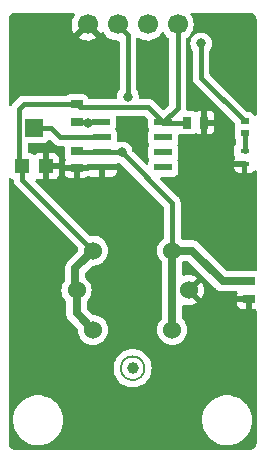
<source format=gbr>
%TF.GenerationSoftware,KiCad,Pcbnew,(5.99.0-11441-g1a5e63bcab)*%
%TF.CreationDate,2021-07-19T16:29:47+02:00*%
%TF.ProjectId,MQ Breakout,4d512042-7265-4616-9b6f-75742e6b6963,rev?*%
%TF.SameCoordinates,Original*%
%TF.FileFunction,Copper,L1,Top*%
%TF.FilePolarity,Positive*%
%FSLAX46Y46*%
G04 Gerber Fmt 4.6, Leading zero omitted, Abs format (unit mm)*
G04 Created by KiCad (PCBNEW (5.99.0-11441-g1a5e63bcab)) date 2021-07-19 16:29:47*
%MOMM*%
%LPD*%
G01*
G04 APERTURE LIST*
%TA.AperFunction,EtchedComponent*%
%ADD10C,0.200000*%
%TD*%
%TA.AperFunction,SMDPad,CuDef*%
%ADD11R,1.000000X0.640000*%
%TD*%
%TA.AperFunction,ComponentPad*%
%ADD12C,1.524000*%
%TD*%
%TA.AperFunction,SMDPad,CuDef*%
%ADD13R,0.750000X0.450000*%
%TD*%
%TA.AperFunction,SMDPad,CuDef*%
%ADD14C,1.000000*%
%TD*%
%TA.AperFunction,SMDPad,CuDef*%
%ADD15R,1.200000X1.200000*%
%TD*%
%TA.AperFunction,SMDPad,CuDef*%
%ADD16R,1.600000X1.500000*%
%TD*%
%TA.AperFunction,SMDPad,CuDef*%
%ADD17R,1.000000X0.660000*%
%TD*%
%TA.AperFunction,SMDPad,CuDef*%
%ADD18R,0.640000X0.540000*%
%TD*%
%TA.AperFunction,SMDPad,CuDef*%
%ADD19R,0.660000X1.000000*%
%TD*%
%TA.AperFunction,ComponentPad*%
%ADD20C,1.700000*%
%TD*%
%TA.AperFunction,SMDPad,CuDef*%
%ADD21R,1.550000X0.600000*%
%TD*%
%TA.AperFunction,ViaPad*%
%ADD22C,0.800000*%
%TD*%
%TA.AperFunction,Conductor*%
%ADD23C,0.400000*%
%TD*%
%TA.AperFunction,Conductor*%
%ADD24C,0.700000*%
%TD*%
G04 APERTURE END LIST*
D10*
%TO.C,FD1*%
X103000000Y-122600000D02*
G75*
G03*
X103000000Y-122600000I-1000000J0D01*
G01*
%TD*%
D11*
%TO.P,R1,2*%
%TO.N,AO*%
X111850000Y-115225000D03*
%TO.P,R1,1*%
%TO.N,GND*%
X111850000Y-116775000D03*
%TD*%
D12*
%TO.P,U1,6,B*%
%TO.N,AO*%
X105358757Y-112641243D03*
%TO.P,U1,5,H*%
%TO.N,GND*%
X106750000Y-116000000D03*
%TO.P,U1,4,B*%
%TO.N,AO*%
X105358757Y-119358757D03*
%TO.P,U1,3,A*%
%TO.N,5V*%
X98641243Y-119358757D03*
%TO.P,U1,2,H*%
X97250000Y-116000000D03*
%TO.P,U1,1,A*%
X98641243Y-112641243D03*
%TD*%
D13*
%TO.P,D1,2,K*%
%TO.N,GND*%
X111500000Y-105312500D03*
%TO.P,D1,1,A*%
%TO.N,Net-(D1-Pad1)*%
X111500000Y-104212500D03*
%TD*%
D14*
%TO.P,FD1,1*%
%TO.N,N/C*%
X102000000Y-122600000D03*
%TD*%
D15*
%TO.P,R2,3*%
%TO.N,GND*%
X94650000Y-105500000D03*
D16*
%TO.P,R2,2*%
%TO.N,POT*%
X93650000Y-102250000D03*
D15*
%TO.P,R2,1*%
%TO.N,5V*%
X92650000Y-105500000D03*
%TD*%
D17*
%TO.P,C1,2*%
%TO.N,AO*%
X97250000Y-104220000D03*
%TO.P,C1,1*%
%TO.N,GND*%
X97250000Y-105680000D03*
%TD*%
D18*
%TO.P,R4,2*%
%TO.N,Net-(D1-Pad1)*%
X111500000Y-102700000D03*
%TO.P,R4,1*%
%TO.N,D0*%
X111500000Y-101700000D03*
%TD*%
D19*
%TO.P,C2,2*%
%TO.N,5V*%
X106620000Y-101800000D03*
%TO.P,C2,1*%
%TO.N,GND*%
X108080000Y-101800000D03*
%TD*%
D20*
%TO.P,K1,4*%
%TO.N,5V*%
X105810000Y-93500000D03*
%TO.P,K1,3*%
%TO.N,D0*%
X103270000Y-93500000D03*
%TO.P,K1,2*%
%TO.N,AO*%
X100730000Y-93500000D03*
%TO.P,K1,1*%
%TO.N,GND*%
X98190000Y-93500000D03*
%TD*%
D11*
%TO.P,R3,2*%
%TO.N,5V*%
X97250000Y-100225000D03*
%TO.P,R3,1*%
%TO.N,D0*%
X97250000Y-101775000D03*
%TD*%
D21*
%TO.P,U2,8,VCC*%
%TO.N,5V*%
X104600000Y-101795000D03*
%TO.P,U2,7,2_OUT*%
%TO.N,unconnected-(U2-Pad7)*%
X104600000Y-103065000D03*
%TO.P,U2,6,2_IN-*%
%TO.N,unconnected-(U2-Pad6)*%
X104600000Y-104335000D03*
%TO.P,U2,5,2_IN+*%
%TO.N,unconnected-(U2-Pad5)*%
X104600000Y-105605000D03*
%TO.P,U2,4,GND*%
%TO.N,GND*%
X99400000Y-105605000D03*
%TO.P,U2,3,1_IN+*%
%TO.N,AO*%
X99400000Y-104335000D03*
%TO.P,U2,2,1_IN-*%
%TO.N,POT*%
X99400000Y-103065000D03*
%TO.P,U2,1,1_OUT*%
%TO.N,D0*%
X99300000Y-101795000D03*
%TD*%
D22*
%TO.N,GND*%
X99600000Y-99300000D03*
X97200000Y-107300000D03*
X105800000Y-107000000D03*
X111900000Y-94900000D03*
X95150000Y-116650000D03*
X107500000Y-117750000D03*
X104500000Y-99800000D03*
X102700000Y-102650000D03*
%TO.N,D0*%
X107800000Y-95100000D03*
X98200000Y-101800000D03*
%TO.N,AO*%
X101085000Y-104335000D03*
X101600000Y-99600000D03*
%TD*%
D23*
%TO.N,AO*%
X101600000Y-99600000D02*
X101600000Y-94370000D01*
X101600000Y-94370000D02*
X100730000Y-93500000D01*
%TO.N,5V*%
X103305000Y-100500000D02*
X104600000Y-101795000D01*
X97525000Y-100500000D02*
X103305000Y-100500000D01*
X97250000Y-100225000D02*
X97525000Y-100500000D01*
X97250000Y-100225000D02*
X92825000Y-100225000D01*
%TO.N,D0*%
X98200000Y-101800000D02*
X98175000Y-101775000D01*
X98175000Y-101775000D02*
X97250000Y-101775000D01*
X107800000Y-98000000D02*
X111500000Y-101700000D01*
X107800000Y-95100000D02*
X107800000Y-98000000D01*
%TO.N,5V*%
X105810000Y-100585000D02*
X104600000Y-101795000D01*
X105810000Y-93500000D02*
X105810000Y-100585000D01*
X92825000Y-100225000D02*
X92400000Y-100650000D01*
D24*
X97250000Y-117967514D02*
X98641243Y-119358757D01*
X97250000Y-116000000D02*
X97250000Y-117967514D01*
D23*
X92400000Y-105250000D02*
X92650000Y-105500000D01*
D24*
X98641243Y-112641243D02*
X97150000Y-114132486D01*
X97150000Y-115900000D02*
X97250000Y-116000000D01*
D23*
X104605000Y-101800000D02*
X104600000Y-101795000D01*
X106620000Y-101800000D02*
X104605000Y-101800000D01*
X92400000Y-100650000D02*
X92400000Y-105250000D01*
X92650000Y-105500000D02*
X92650000Y-106650000D01*
D24*
X97150000Y-114132486D02*
X97150000Y-115900000D01*
D23*
X92650000Y-106650000D02*
X98641243Y-112641243D01*
%TO.N,Net-(D1-Pad1)*%
X111500000Y-104212500D02*
X111500000Y-102700000D01*
%TO.N,D0*%
X97270000Y-101795000D02*
X97250000Y-101775000D01*
X99300000Y-101795000D02*
X97270000Y-101795000D01*
D24*
%TO.N,AO*%
X105358757Y-112641243D02*
X105358757Y-119358757D01*
D23*
X101085000Y-104335000D02*
X105358757Y-108608757D01*
D24*
X109625000Y-115225000D02*
X107041243Y-112641243D01*
D23*
X105358757Y-108608757D02*
X105358757Y-112641243D01*
X97365000Y-104335000D02*
X97250000Y-104220000D01*
X99400000Y-104335000D02*
X101085000Y-104335000D01*
D24*
X107041243Y-112641243D02*
X105358757Y-112641243D01*
D23*
X99400000Y-104335000D02*
X97365000Y-104335000D01*
D24*
X111850000Y-115225000D02*
X109625000Y-115225000D01*
D23*
%TO.N,POT*%
X99400000Y-103065000D02*
X95865000Y-103065000D01*
X95050000Y-102250000D02*
X93650000Y-102250000D01*
X95865000Y-103065000D02*
X95050000Y-102250000D01*
%TD*%
%TA.AperFunction,Conductor*%
%TO.N,GND*%
G36*
X95065119Y-103267089D02*
G01*
X95343550Y-103545520D01*
X95349404Y-103551785D01*
X95387439Y-103595385D01*
X95426784Y-103623037D01*
X95439719Y-103632128D01*
X95445014Y-103636061D01*
X95495282Y-103675476D01*
X95502198Y-103678599D01*
X95504484Y-103679983D01*
X95519165Y-103688357D01*
X95521525Y-103689622D01*
X95527739Y-103693990D01*
X95534818Y-103696750D01*
X95534820Y-103696751D01*
X95587275Y-103717202D01*
X95593344Y-103719753D01*
X95651573Y-103746045D01*
X95659046Y-103747430D01*
X95661612Y-103748234D01*
X95677835Y-103752855D01*
X95680427Y-103753520D01*
X95687509Y-103756282D01*
X95695044Y-103757274D01*
X95750861Y-103764622D01*
X95757377Y-103765654D01*
X95795770Y-103772770D01*
X95820186Y-103777295D01*
X95827766Y-103776858D01*
X95827767Y-103776858D01*
X95882380Y-103773709D01*
X95889633Y-103773500D01*
X96115500Y-103773500D01*
X96183621Y-103793502D01*
X96230114Y-103847158D01*
X96241500Y-103899500D01*
X96241500Y-104598134D01*
X96248255Y-104660316D01*
X96299385Y-104796705D01*
X96304771Y-104803891D01*
X96357953Y-104874852D01*
X96382801Y-104941358D01*
X96367748Y-105010741D01*
X96357953Y-105025982D01*
X96305214Y-105096352D01*
X96296676Y-105111946D01*
X96251522Y-105232394D01*
X96247895Y-105247649D01*
X96242369Y-105298514D01*
X96242000Y-105305328D01*
X96242000Y-105407885D01*
X96246475Y-105423124D01*
X96247865Y-105424329D01*
X96255548Y-105426000D01*
X98058885Y-105426000D01*
X98074124Y-105421525D01*
X98096389Y-105395830D01*
X98097811Y-105397062D01*
X98102815Y-105387900D01*
X98165129Y-105353878D01*
X98191906Y-105351000D01*
X100664885Y-105351000D01*
X100680124Y-105346525D01*
X100681329Y-105345135D01*
X100683000Y-105337452D01*
X100683000Y-105333946D01*
X100703002Y-105265825D01*
X100756658Y-105219332D01*
X100826932Y-105209228D01*
X100835197Y-105210699D01*
X100955569Y-105236285D01*
X101018467Y-105270437D01*
X104613352Y-108865323D01*
X104647378Y-108927635D01*
X104650257Y-108954418D01*
X104650257Y-111520755D01*
X104630255Y-111588876D01*
X104596527Y-111623968D01*
X104543492Y-111661103D01*
X104543486Y-111661108D01*
X104538976Y-111664266D01*
X104381780Y-111821462D01*
X104378623Y-111825970D01*
X104378621Y-111825973D01*
X104320472Y-111909019D01*
X104254269Y-112003567D01*
X104251946Y-112008549D01*
X104251943Y-112008554D01*
X104226340Y-112063460D01*
X104160317Y-112205047D01*
X104102779Y-112419780D01*
X104083404Y-112641243D01*
X104102779Y-112862706D01*
X104160317Y-113077439D01*
X104162639Y-113082420D01*
X104162640Y-113082421D01*
X104251943Y-113273932D01*
X104251946Y-113273937D01*
X104254269Y-113278919D01*
X104381780Y-113461024D01*
X104463352Y-113542596D01*
X104497378Y-113604908D01*
X104500257Y-113631691D01*
X104500257Y-118368309D01*
X104480255Y-118436430D01*
X104463352Y-118457404D01*
X104381780Y-118538976D01*
X104378623Y-118543484D01*
X104378621Y-118543487D01*
X104257426Y-118716572D01*
X104254269Y-118721081D01*
X104251946Y-118726063D01*
X104251943Y-118726068D01*
X104162640Y-118917579D01*
X104160317Y-118922561D01*
X104102779Y-119137294D01*
X104083404Y-119358757D01*
X104102779Y-119580220D01*
X104160317Y-119794953D01*
X104162639Y-119799934D01*
X104162640Y-119799935D01*
X104251943Y-119991446D01*
X104251946Y-119991451D01*
X104254269Y-119996433D01*
X104381780Y-120178538D01*
X104538976Y-120335734D01*
X104543484Y-120338891D01*
X104543487Y-120338893D01*
X104619252Y-120391944D01*
X104721080Y-120463245D01*
X104726062Y-120465568D01*
X104726067Y-120465571D01*
X104917579Y-120554874D01*
X104922561Y-120557197D01*
X104927869Y-120558619D01*
X104927871Y-120558620D01*
X104993706Y-120576260D01*
X105137294Y-120614735D01*
X105358757Y-120634110D01*
X105580220Y-120614735D01*
X105723808Y-120576260D01*
X105789643Y-120558620D01*
X105789645Y-120558619D01*
X105794953Y-120557197D01*
X105799935Y-120554874D01*
X105991447Y-120465571D01*
X105991452Y-120465568D01*
X105996434Y-120463245D01*
X106098262Y-120391944D01*
X106174027Y-120338893D01*
X106174030Y-120338891D01*
X106178538Y-120335734D01*
X106335734Y-120178538D01*
X106463245Y-119996433D01*
X106465568Y-119991451D01*
X106465571Y-119991446D01*
X106554874Y-119799935D01*
X106554875Y-119799934D01*
X106557197Y-119794953D01*
X106614735Y-119580220D01*
X106634110Y-119358757D01*
X106614735Y-119137294D01*
X106557197Y-118922561D01*
X106554874Y-118917579D01*
X106465571Y-118726068D01*
X106465568Y-118726063D01*
X106463245Y-118721081D01*
X106460088Y-118716572D01*
X106338893Y-118543487D01*
X106338891Y-118543484D01*
X106335734Y-118538976D01*
X106254162Y-118457404D01*
X106220136Y-118395092D01*
X106217257Y-118368309D01*
X106217257Y-117336259D01*
X106237259Y-117268138D01*
X106290915Y-117221645D01*
X106361189Y-117211541D01*
X106375868Y-117214552D01*
X106523309Y-117254059D01*
X106534104Y-117255962D01*
X106744525Y-117274372D01*
X106755475Y-117274372D01*
X106965896Y-117255962D01*
X106976691Y-117254059D01*
X107180715Y-117199391D01*
X107191007Y-117195645D01*
X107382445Y-117106376D01*
X107391931Y-117100898D01*
X107435764Y-117070207D01*
X107444139Y-117059729D01*
X107437071Y-117046281D01*
X107433338Y-117042548D01*
X110842000Y-117042548D01*
X110842000Y-117139672D01*
X110842369Y-117146486D01*
X110847895Y-117197351D01*
X110851522Y-117212606D01*
X110896676Y-117333054D01*
X110905214Y-117348649D01*
X110981715Y-117450724D01*
X110994276Y-117463285D01*
X111096351Y-117539786D01*
X111111946Y-117548324D01*
X111232394Y-117593478D01*
X111247649Y-117597105D01*
X111298514Y-117602631D01*
X111305328Y-117603000D01*
X111577885Y-117603000D01*
X111593124Y-117598525D01*
X111594329Y-117597135D01*
X111596000Y-117589452D01*
X111596000Y-117047115D01*
X111591525Y-117031876D01*
X111590135Y-117030671D01*
X111582452Y-117029000D01*
X110860115Y-117029000D01*
X110844876Y-117033475D01*
X110843671Y-117034865D01*
X110842000Y-117042548D01*
X107433338Y-117042548D01*
X106479885Y-116089095D01*
X106445859Y-116026783D01*
X106447694Y-116001132D01*
X107114408Y-116001132D01*
X107114539Y-116002965D01*
X107118790Y-116009580D01*
X107797003Y-116687793D01*
X107808777Y-116694223D01*
X107820793Y-116684926D01*
X107850897Y-116641932D01*
X107856377Y-116632441D01*
X107945645Y-116441007D01*
X107949391Y-116430715D01*
X108004059Y-116226691D01*
X108005962Y-116215896D01*
X108024372Y-116005475D01*
X108024372Y-115994525D01*
X108005962Y-115784104D01*
X108004059Y-115773309D01*
X107949391Y-115569285D01*
X107945645Y-115558993D01*
X107856377Y-115367559D01*
X107850897Y-115358068D01*
X107820206Y-115314235D01*
X107809729Y-115305860D01*
X107796282Y-115312928D01*
X107122022Y-115987188D01*
X107114408Y-116001132D01*
X106447694Y-116001132D01*
X106450924Y-115955968D01*
X106479885Y-115910905D01*
X107437793Y-114952997D01*
X107444223Y-114941223D01*
X107434926Y-114929207D01*
X107391931Y-114899102D01*
X107382445Y-114893624D01*
X107191007Y-114804355D01*
X107180715Y-114800609D01*
X106976691Y-114745941D01*
X106965896Y-114744038D01*
X106755475Y-114725628D01*
X106744525Y-114725628D01*
X106534104Y-114744038D01*
X106523309Y-114745941D01*
X106375868Y-114785448D01*
X106304892Y-114783758D01*
X106246096Y-114743964D01*
X106218148Y-114678700D01*
X106217257Y-114663741D01*
X106217257Y-113631691D01*
X106237259Y-113563570D01*
X106254162Y-113542596D01*
X106260110Y-113536648D01*
X106322422Y-113502622D01*
X106349205Y-113499743D01*
X106633451Y-113499743D01*
X106701572Y-113519745D01*
X106722546Y-113536648D01*
X108988674Y-115802776D01*
X108995816Y-115810542D01*
X109029471Y-115850367D01*
X109094017Y-115899717D01*
X109096419Y-115901601D01*
X109154411Y-115948228D01*
X109154417Y-115948232D01*
X109159738Y-115952510D01*
X109165857Y-115955547D01*
X109168652Y-115957335D01*
X109169013Y-115957588D01*
X109169380Y-115957790D01*
X109172238Y-115959521D01*
X109177652Y-115963660D01*
X109228108Y-115987188D01*
X109251262Y-115997985D01*
X109254033Y-115999319D01*
X109326814Y-116035447D01*
X109333435Y-116037098D01*
X109336563Y-116038249D01*
X109336956Y-116038413D01*
X109337361Y-116038532D01*
X109340525Y-116039609D01*
X109346704Y-116042490D01*
X109395961Y-116053500D01*
X109426002Y-116060215D01*
X109428998Y-116060924D01*
X109459051Y-116068417D01*
X109507801Y-116080572D01*
X109514622Y-116080763D01*
X109517925Y-116081215D01*
X109518809Y-116081374D01*
X109523692Y-116082052D01*
X109528740Y-116083180D01*
X109534463Y-116083500D01*
X109610844Y-116083500D01*
X109614363Y-116083549D01*
X109694257Y-116085781D01*
X109700961Y-116084502D01*
X109707762Y-116083955D01*
X109707804Y-116084475D01*
X109718125Y-116083500D01*
X110764904Y-116083500D01*
X110833025Y-116103502D01*
X110879518Y-116157158D01*
X110889622Y-116227432D01*
X110882886Y-116253729D01*
X110851522Y-116337391D01*
X110847895Y-116352649D01*
X110842369Y-116403514D01*
X110842000Y-116410328D01*
X110842000Y-116502885D01*
X110846475Y-116518124D01*
X110847865Y-116519329D01*
X110855548Y-116521000D01*
X111978000Y-116521000D01*
X112046121Y-116541002D01*
X112092614Y-116594658D01*
X112104000Y-116647000D01*
X112104000Y-117584885D01*
X112108475Y-117600124D01*
X112109865Y-117601329D01*
X112117548Y-117603000D01*
X112366000Y-117603000D01*
X112434121Y-117623002D01*
X112480614Y-117676658D01*
X112492000Y-117729000D01*
X112492000Y-128950679D01*
X112490500Y-128970062D01*
X112486815Y-128993730D01*
X112487979Y-129002632D01*
X112487979Y-129002634D01*
X112487992Y-129002730D01*
X112488263Y-129033170D01*
X112481254Y-129095375D01*
X112474975Y-129122882D01*
X112447966Y-129200069D01*
X112435724Y-129225490D01*
X112392215Y-129294734D01*
X112374623Y-129316794D01*
X112316795Y-129374621D01*
X112294736Y-129392212D01*
X112241065Y-129425936D01*
X112225492Y-129435721D01*
X112200071Y-129447963D01*
X112122883Y-129474972D01*
X112095376Y-129481251D01*
X112071428Y-129483949D01*
X112039744Y-129487519D01*
X112024103Y-129488302D01*
X112015145Y-129488193D01*
X112006271Y-129486811D01*
X111974727Y-129490936D01*
X111958389Y-129492000D01*
X92049307Y-129492000D01*
X92029922Y-129490500D01*
X92015140Y-129488198D01*
X92015137Y-129488198D01*
X92006268Y-129486817D01*
X91997267Y-129487994D01*
X91966828Y-129488265D01*
X91904622Y-129481256D01*
X91877115Y-129474977D01*
X91799930Y-129447969D01*
X91774508Y-129435727D01*
X91774499Y-129435721D01*
X91705256Y-129392212D01*
X91683201Y-129374622D01*
X91625378Y-129316799D01*
X91607786Y-129294740D01*
X91564277Y-129225496D01*
X91552034Y-129200074D01*
X91525024Y-129122881D01*
X91518746Y-129095376D01*
X91512478Y-129039750D01*
X91511695Y-129024103D01*
X91511804Y-129015146D01*
X91513186Y-129006272D01*
X91509064Y-128974749D01*
X91508000Y-128958412D01*
X91508000Y-126977869D01*
X91886689Y-126977869D01*
X91903238Y-127264883D01*
X91904063Y-127269088D01*
X91904064Y-127269096D01*
X91936010Y-127431921D01*
X91958586Y-127546995D01*
X91959973Y-127551045D01*
X91959974Y-127551050D01*
X92050321Y-127814930D01*
X92051710Y-127818986D01*
X92180885Y-128075822D01*
X92343721Y-128312750D01*
X92537206Y-128525388D01*
X92540501Y-128528143D01*
X92540502Y-128528144D01*
X92591258Y-128570582D01*
X92757759Y-128709798D01*
X93001298Y-128862571D01*
X93263318Y-128980877D01*
X93306709Y-128993730D01*
X93534857Y-129061311D01*
X93534862Y-129061312D01*
X93538970Y-129062529D01*
X93543204Y-129063177D01*
X93543209Y-129063178D01*
X93791811Y-129101219D01*
X93823153Y-129106015D01*
X93969485Y-129108314D01*
X94106317Y-129110464D01*
X94106323Y-129110464D01*
X94110608Y-129110531D01*
X94114860Y-129110016D01*
X94114868Y-129110016D01*
X94391756Y-129076508D01*
X94391761Y-129076507D01*
X94396017Y-129075992D01*
X94534163Y-129039750D01*
X94669954Y-129004126D01*
X94669955Y-129004126D01*
X94674097Y-129003039D01*
X94939704Y-128893021D01*
X95187922Y-128747974D01*
X95414159Y-128570582D01*
X95455285Y-128528144D01*
X95611244Y-128367206D01*
X95614227Y-128364128D01*
X95616760Y-128360680D01*
X95616764Y-128360675D01*
X95781887Y-128135886D01*
X95784425Y-128132431D01*
X95921604Y-127879779D01*
X96023225Y-127610848D01*
X96087407Y-127330613D01*
X96112963Y-127044260D01*
X96113427Y-127000000D01*
X96111918Y-126977869D01*
X107886689Y-126977869D01*
X107903238Y-127264883D01*
X107904063Y-127269088D01*
X107904064Y-127269096D01*
X107936010Y-127431921D01*
X107958586Y-127546995D01*
X107959973Y-127551045D01*
X107959974Y-127551050D01*
X108050321Y-127814930D01*
X108051710Y-127818986D01*
X108180885Y-128075822D01*
X108343721Y-128312750D01*
X108537206Y-128525388D01*
X108540501Y-128528143D01*
X108540502Y-128528144D01*
X108591258Y-128570582D01*
X108757759Y-128709798D01*
X109001298Y-128862571D01*
X109263318Y-128980877D01*
X109306709Y-128993730D01*
X109534857Y-129061311D01*
X109534862Y-129061312D01*
X109538970Y-129062529D01*
X109543204Y-129063177D01*
X109543209Y-129063178D01*
X109791811Y-129101219D01*
X109823153Y-129106015D01*
X109969485Y-129108314D01*
X110106317Y-129110464D01*
X110106323Y-129110464D01*
X110110608Y-129110531D01*
X110114860Y-129110016D01*
X110114868Y-129110016D01*
X110391756Y-129076508D01*
X110391761Y-129076507D01*
X110396017Y-129075992D01*
X110534163Y-129039750D01*
X110669954Y-129004126D01*
X110669955Y-129004126D01*
X110674097Y-129003039D01*
X110939704Y-128893021D01*
X111187922Y-128747974D01*
X111414159Y-128570582D01*
X111455285Y-128528144D01*
X111611244Y-128367206D01*
X111614227Y-128364128D01*
X111616760Y-128360680D01*
X111616764Y-128360675D01*
X111781887Y-128135886D01*
X111784425Y-128132431D01*
X111921604Y-127879779D01*
X112023225Y-127610848D01*
X112087407Y-127330613D01*
X112112963Y-127044260D01*
X112113427Y-127000000D01*
X112093873Y-126713175D01*
X112089336Y-126691264D01*
X112036443Y-126435855D01*
X112035574Y-126431658D01*
X111939607Y-126160657D01*
X111807750Y-125905188D01*
X111794488Y-125886317D01*
X111644904Y-125673482D01*
X111642441Y-125669977D01*
X111446740Y-125459378D01*
X111224268Y-125277287D01*
X110979142Y-125127073D01*
X110961048Y-125119130D01*
X110719830Y-125013243D01*
X110715898Y-125011517D01*
X110689963Y-125004129D01*
X110443534Y-124933932D01*
X110443535Y-124933932D01*
X110439406Y-124932756D01*
X110226704Y-124902485D01*
X110159036Y-124892854D01*
X110159034Y-124892854D01*
X110154784Y-124892249D01*
X110150495Y-124892227D01*
X110150488Y-124892226D01*
X109871583Y-124890765D01*
X109871576Y-124890765D01*
X109867297Y-124890743D01*
X109863053Y-124891302D01*
X109863049Y-124891302D01*
X109737660Y-124907810D01*
X109582266Y-124928268D01*
X109578126Y-124929401D01*
X109578124Y-124929401D01*
X109501311Y-124950415D01*
X109304964Y-125004129D01*
X109301016Y-125005813D01*
X109044476Y-125115237D01*
X109044472Y-125115239D01*
X109040524Y-125116923D01*
X108915960Y-125191473D01*
X108797521Y-125262357D01*
X108797517Y-125262360D01*
X108793839Y-125264561D01*
X108569472Y-125444313D01*
X108371577Y-125652851D01*
X108203814Y-125886317D01*
X108069288Y-126140392D01*
X107970489Y-126410373D01*
X107909245Y-126691264D01*
X107886689Y-126977869D01*
X96111918Y-126977869D01*
X96093873Y-126713175D01*
X96089336Y-126691264D01*
X96036443Y-126435855D01*
X96035574Y-126431658D01*
X95939607Y-126160657D01*
X95807750Y-125905188D01*
X95794488Y-125886317D01*
X95644904Y-125673482D01*
X95642441Y-125669977D01*
X95446740Y-125459378D01*
X95224268Y-125277287D01*
X94979142Y-125127073D01*
X94961048Y-125119130D01*
X94719830Y-125013243D01*
X94715898Y-125011517D01*
X94689963Y-125004129D01*
X94443534Y-124933932D01*
X94443535Y-124933932D01*
X94439406Y-124932756D01*
X94226704Y-124902485D01*
X94159036Y-124892854D01*
X94159034Y-124892854D01*
X94154784Y-124892249D01*
X94150495Y-124892227D01*
X94150488Y-124892226D01*
X93871583Y-124890765D01*
X93871576Y-124890765D01*
X93867297Y-124890743D01*
X93863053Y-124891302D01*
X93863049Y-124891302D01*
X93737660Y-124907810D01*
X93582266Y-124928268D01*
X93578126Y-124929401D01*
X93578124Y-124929401D01*
X93501311Y-124950415D01*
X93304964Y-125004129D01*
X93301016Y-125005813D01*
X93044476Y-125115237D01*
X93044472Y-125115239D01*
X93040524Y-125116923D01*
X92915960Y-125191473D01*
X92797521Y-125262357D01*
X92797517Y-125262360D01*
X92793839Y-125264561D01*
X92569472Y-125444313D01*
X92371577Y-125652851D01*
X92203814Y-125886317D01*
X92069288Y-126140392D01*
X91970489Y-126410373D01*
X91909245Y-126691264D01*
X91886689Y-126977869D01*
X91508000Y-126977869D01*
X91508000Y-122600000D01*
X100387028Y-122600000D01*
X100406886Y-122852324D01*
X100465972Y-123098436D01*
X100562831Y-123332274D01*
X100695078Y-123548081D01*
X100859457Y-123740543D01*
X101051919Y-123904922D01*
X101267726Y-124037169D01*
X101272296Y-124039062D01*
X101272300Y-124039064D01*
X101496991Y-124132134D01*
X101501564Y-124134028D01*
X101586655Y-124154457D01*
X101742863Y-124191959D01*
X101742869Y-124191960D01*
X101747676Y-124193114D01*
X102000000Y-124212972D01*
X102252324Y-124193114D01*
X102257131Y-124191960D01*
X102257137Y-124191959D01*
X102413345Y-124154457D01*
X102498436Y-124134028D01*
X102503009Y-124132134D01*
X102727700Y-124039064D01*
X102727704Y-124039062D01*
X102732274Y-124037169D01*
X102948081Y-123904922D01*
X103140543Y-123740543D01*
X103304922Y-123548081D01*
X103437169Y-123332274D01*
X103534028Y-123098436D01*
X103593114Y-122852324D01*
X103612972Y-122600000D01*
X103593114Y-122347676D01*
X103534028Y-122101564D01*
X103437169Y-121867726D01*
X103304922Y-121651919D01*
X103140543Y-121459457D01*
X102948081Y-121295078D01*
X102732274Y-121162831D01*
X102727704Y-121160938D01*
X102727700Y-121160936D01*
X102503009Y-121067866D01*
X102503007Y-121067865D01*
X102498436Y-121065972D01*
X102413345Y-121045543D01*
X102257137Y-121008041D01*
X102257131Y-121008040D01*
X102252324Y-121006886D01*
X102000000Y-120987028D01*
X101747676Y-121006886D01*
X101742869Y-121008040D01*
X101742863Y-121008041D01*
X101586655Y-121045543D01*
X101501564Y-121065972D01*
X101496993Y-121067865D01*
X101496991Y-121067866D01*
X101272300Y-121160936D01*
X101272296Y-121160938D01*
X101267726Y-121162831D01*
X101051919Y-121295078D01*
X100859457Y-121459457D01*
X100695078Y-121651919D01*
X100562831Y-121867726D01*
X100465972Y-122101564D01*
X100406886Y-122347676D01*
X100387028Y-122600000D01*
X91508000Y-122600000D01*
X91508000Y-106581194D01*
X91528002Y-106513073D01*
X91581658Y-106466580D01*
X91651932Y-106456476D01*
X91709565Y-106480368D01*
X91803295Y-106550615D01*
X91811704Y-106553767D01*
X91811707Y-106553769D01*
X91856303Y-106570487D01*
X91913068Y-106613128D01*
X91937689Y-106681285D01*
X91937275Y-106687352D01*
X91938582Y-106694839D01*
X91948261Y-106750299D01*
X91949223Y-106756821D01*
X91956898Y-106820242D01*
X91959581Y-106827343D01*
X91960222Y-106829952D01*
X91964685Y-106846262D01*
X91965450Y-106848798D01*
X91966757Y-106856284D01*
X91969811Y-106863241D01*
X91992442Y-106914795D01*
X91994933Y-106920899D01*
X92017513Y-106980656D01*
X92021817Y-106986919D01*
X92023054Y-106989285D01*
X92031299Y-107004097D01*
X92032632Y-107006351D01*
X92035685Y-107013305D01*
X92040307Y-107019328D01*
X92074579Y-107063991D01*
X92078459Y-107069332D01*
X92110339Y-107115720D01*
X92110344Y-107115725D01*
X92114643Y-107121981D01*
X92120313Y-107127032D01*
X92120314Y-107127034D01*
X92161170Y-107163435D01*
X92166446Y-107168416D01*
X97346337Y-112348308D01*
X97380363Y-112410620D01*
X97382763Y-112448381D01*
X97365890Y-112641243D01*
X97366370Y-112646726D01*
X97366370Y-112649817D01*
X97346371Y-112717938D01*
X97329465Y-112738919D01*
X96572211Y-113496172D01*
X96564444Y-113503314D01*
X96529847Y-113532550D01*
X96529843Y-113532554D01*
X96524633Y-113536957D01*
X96520486Y-113542381D01*
X96520485Y-113542382D01*
X96475326Y-113601448D01*
X96473432Y-113603865D01*
X96422490Y-113667224D01*
X96419453Y-113673343D01*
X96417665Y-113676138D01*
X96417412Y-113676499D01*
X96417210Y-113676866D01*
X96415479Y-113679724D01*
X96411340Y-113685138D01*
X96408459Y-113691317D01*
X96377015Y-113758748D01*
X96375681Y-113761519D01*
X96339553Y-113834300D01*
X96337902Y-113840921D01*
X96336751Y-113844049D01*
X96336587Y-113844442D01*
X96336468Y-113844847D01*
X96335391Y-113848011D01*
X96332510Y-113854190D01*
X96319662Y-113911668D01*
X96314785Y-113933488D01*
X96314076Y-113936484D01*
X96294428Y-114015287D01*
X96294237Y-114022108D01*
X96293785Y-114025411D01*
X96293626Y-114026295D01*
X96292948Y-114031178D01*
X96291820Y-114036226D01*
X96291500Y-114041949D01*
X96291500Y-114118330D01*
X96291451Y-114121849D01*
X96289219Y-114201743D01*
X96290498Y-114208447D01*
X96291045Y-114215248D01*
X96290525Y-114215290D01*
X96291500Y-114225611D01*
X96291500Y-115114103D01*
X96268713Y-115186373D01*
X96148672Y-115357810D01*
X96148669Y-115357815D01*
X96145512Y-115362324D01*
X96143189Y-115367306D01*
X96143186Y-115367311D01*
X96053883Y-115558822D01*
X96051560Y-115563804D01*
X95994022Y-115778537D01*
X95974647Y-116000000D01*
X95994022Y-116221463D01*
X96051560Y-116436196D01*
X96053882Y-116441177D01*
X96053883Y-116441178D01*
X96143186Y-116632689D01*
X96143189Y-116632694D01*
X96145512Y-116637676D01*
X96148668Y-116642183D01*
X96148669Y-116642185D01*
X96185107Y-116694223D01*
X96273023Y-116819781D01*
X96354595Y-116901353D01*
X96388621Y-116963665D01*
X96391500Y-116990448D01*
X96391500Y-117926124D01*
X96391058Y-117936666D01*
X96386696Y-117988613D01*
X96387598Y-117995373D01*
X96387598Y-117995375D01*
X96397437Y-118069116D01*
X96397807Y-118072171D01*
X96399563Y-118088331D01*
X96406583Y-118152951D01*
X96408758Y-118159415D01*
X96409478Y-118162690D01*
X96409548Y-118163086D01*
X96409671Y-118163510D01*
X96410462Y-118166730D01*
X96411366Y-118173503D01*
X96439139Y-118249808D01*
X96440156Y-118252712D01*
X96446407Y-118271287D01*
X96466078Y-118329737D01*
X96469596Y-118335591D01*
X96470985Y-118338598D01*
X96471152Y-118339003D01*
X96471357Y-118339379D01*
X96472827Y-118342366D01*
X96475162Y-118348782D01*
X96518730Y-118417434D01*
X96520255Y-118419903D01*
X96562147Y-118489623D01*
X96566834Y-118494580D01*
X96568851Y-118497237D01*
X96569369Y-118497983D01*
X96572343Y-118501914D01*
X96575109Y-118506273D01*
X96578930Y-118510546D01*
X96580176Y-118511792D01*
X96580193Y-118511810D01*
X96632927Y-118564544D01*
X96635345Y-118567029D01*
X96690308Y-118625150D01*
X96695949Y-118628983D01*
X96701147Y-118633407D01*
X96700807Y-118633806D01*
X96708798Y-118640414D01*
X97329465Y-119261082D01*
X97363490Y-119323394D01*
X97366369Y-119350177D01*
X97366369Y-119353281D01*
X97365890Y-119358757D01*
X97385265Y-119580220D01*
X97442803Y-119794953D01*
X97445125Y-119799934D01*
X97445126Y-119799935D01*
X97534429Y-119991446D01*
X97534432Y-119991451D01*
X97536755Y-119996433D01*
X97664266Y-120178538D01*
X97821462Y-120335734D01*
X97825970Y-120338891D01*
X97825973Y-120338893D01*
X97901738Y-120391944D01*
X98003566Y-120463245D01*
X98008548Y-120465568D01*
X98008553Y-120465571D01*
X98200065Y-120554874D01*
X98205047Y-120557197D01*
X98210355Y-120558619D01*
X98210357Y-120558620D01*
X98276192Y-120576260D01*
X98419780Y-120614735D01*
X98641243Y-120634110D01*
X98862706Y-120614735D01*
X99006294Y-120576260D01*
X99072129Y-120558620D01*
X99072131Y-120558619D01*
X99077439Y-120557197D01*
X99082421Y-120554874D01*
X99273933Y-120465571D01*
X99273938Y-120465568D01*
X99278920Y-120463245D01*
X99380748Y-120391944D01*
X99456513Y-120338893D01*
X99456516Y-120338891D01*
X99461024Y-120335734D01*
X99618220Y-120178538D01*
X99745731Y-119996433D01*
X99748054Y-119991451D01*
X99748057Y-119991446D01*
X99837360Y-119799935D01*
X99837361Y-119799934D01*
X99839683Y-119794953D01*
X99897221Y-119580220D01*
X99916596Y-119358757D01*
X99897221Y-119137294D01*
X99839683Y-118922561D01*
X99837360Y-118917579D01*
X99748057Y-118726068D01*
X99748054Y-118726063D01*
X99745731Y-118721081D01*
X99742574Y-118716572D01*
X99621379Y-118543487D01*
X99621377Y-118543484D01*
X99618220Y-118538976D01*
X99461024Y-118381780D01*
X99456516Y-118378623D01*
X99456513Y-118378621D01*
X99377462Y-118323269D01*
X99278920Y-118254269D01*
X99273938Y-118251946D01*
X99273933Y-118251943D01*
X99082421Y-118162640D01*
X99082420Y-118162639D01*
X99077439Y-118160317D01*
X99072131Y-118158895D01*
X99072129Y-118158894D01*
X99006294Y-118141254D01*
X98862706Y-118102779D01*
X98641243Y-118083404D01*
X98635767Y-118083883D01*
X98632662Y-118083883D01*
X98564541Y-118063881D01*
X98543567Y-118046978D01*
X98145405Y-117648816D01*
X98111379Y-117586504D01*
X98108500Y-117559721D01*
X98108500Y-116990448D01*
X98128502Y-116922327D01*
X98145405Y-116901353D01*
X98226977Y-116819781D01*
X98314894Y-116694223D01*
X98351331Y-116642185D01*
X98351332Y-116642183D01*
X98354488Y-116637676D01*
X98356811Y-116632694D01*
X98356814Y-116632689D01*
X98446117Y-116441178D01*
X98446118Y-116441177D01*
X98448440Y-116436196D01*
X98505978Y-116221463D01*
X98525353Y-116000000D01*
X98505978Y-115778537D01*
X98448440Y-115563804D01*
X98446117Y-115558822D01*
X98356814Y-115367311D01*
X98356811Y-115367306D01*
X98354488Y-115362324D01*
X98226977Y-115180219D01*
X98069781Y-115023023D01*
X98062229Y-115017735D01*
X98061203Y-115016452D01*
X98061057Y-115016329D01*
X98061082Y-115016300D01*
X98017901Y-114962278D01*
X98008500Y-114914522D01*
X98008500Y-114540278D01*
X98028502Y-114472157D01*
X98045405Y-114451183D01*
X98543567Y-113953021D01*
X98605879Y-113918995D01*
X98632668Y-113916116D01*
X98635760Y-113916116D01*
X98641243Y-113916596D01*
X98646718Y-113916117D01*
X98646721Y-113916117D01*
X98736326Y-113908278D01*
X98862706Y-113897221D01*
X99059141Y-113844586D01*
X99072129Y-113841106D01*
X99072131Y-113841105D01*
X99077439Y-113839683D01*
X99102086Y-113828190D01*
X99273933Y-113748057D01*
X99273938Y-113748054D01*
X99278920Y-113745731D01*
X99391039Y-113667224D01*
X99456513Y-113621379D01*
X99456516Y-113621377D01*
X99461024Y-113618220D01*
X99618220Y-113461024D01*
X99745731Y-113278919D01*
X99748054Y-113273937D01*
X99748057Y-113273932D01*
X99837360Y-113082421D01*
X99837361Y-113082420D01*
X99839683Y-113077439D01*
X99897221Y-112862706D01*
X99916596Y-112641243D01*
X99897221Y-112419780D01*
X99839683Y-112205047D01*
X99773660Y-112063460D01*
X99748057Y-112008554D01*
X99748054Y-112008549D01*
X99745731Y-112003567D01*
X99679528Y-111909019D01*
X99621379Y-111825973D01*
X99621377Y-111825970D01*
X99618220Y-111821462D01*
X99461024Y-111664266D01*
X99456516Y-111661109D01*
X99456513Y-111661107D01*
X99324272Y-111568511D01*
X99278920Y-111536755D01*
X99273938Y-111534432D01*
X99273933Y-111534429D01*
X99082421Y-111445126D01*
X99082420Y-111445125D01*
X99077439Y-111442803D01*
X99072131Y-111441381D01*
X99072129Y-111441380D01*
X99006294Y-111423740D01*
X98862706Y-111385265D01*
X98641243Y-111365890D01*
X98448382Y-111382763D01*
X98378779Y-111368774D01*
X98348307Y-111346337D01*
X93811494Y-106809524D01*
X93777468Y-106747212D01*
X93782533Y-106676397D01*
X93825080Y-106619561D01*
X93891600Y-106594750D01*
X93929736Y-106597846D01*
X93947651Y-106602106D01*
X93998514Y-106607631D01*
X94005328Y-106608000D01*
X94377885Y-106608000D01*
X94393124Y-106603525D01*
X94394329Y-106602135D01*
X94396000Y-106594452D01*
X94396000Y-105767548D01*
X94904000Y-105767548D01*
X94904000Y-106589885D01*
X94908475Y-106605124D01*
X94909865Y-106606329D01*
X94917548Y-106608000D01*
X95294672Y-106608000D01*
X95301486Y-106607631D01*
X95352351Y-106602105D01*
X95367606Y-106598478D01*
X95488054Y-106553324D01*
X95503649Y-106544786D01*
X95605724Y-106468285D01*
X95618285Y-106455724D01*
X95694786Y-106353649D01*
X95703324Y-106338054D01*
X95748478Y-106217606D01*
X95752105Y-106202351D01*
X95757631Y-106151486D01*
X95758000Y-106144672D01*
X95758000Y-105947548D01*
X96242000Y-105947548D01*
X96242000Y-106054672D01*
X96242369Y-106061486D01*
X96247895Y-106112351D01*
X96251522Y-106127606D01*
X96296676Y-106248054D01*
X96305214Y-106263649D01*
X96381715Y-106365724D01*
X96394276Y-106378285D01*
X96496351Y-106454786D01*
X96511946Y-106463324D01*
X96632394Y-106508478D01*
X96647649Y-106512105D01*
X96698514Y-106517631D01*
X96705328Y-106518000D01*
X96977885Y-106518000D01*
X96993124Y-106513525D01*
X96994329Y-106512135D01*
X96996000Y-106504452D01*
X96996000Y-105952115D01*
X96994659Y-105947548D01*
X97504000Y-105947548D01*
X97504000Y-106499885D01*
X97508475Y-106515124D01*
X97509865Y-106516329D01*
X97517548Y-106518000D01*
X97794672Y-106518000D01*
X97801486Y-106517631D01*
X97852351Y-106512105D01*
X97867606Y-106508478D01*
X97988054Y-106463324D01*
X98003649Y-106454786D01*
X98105724Y-106378285D01*
X98118284Y-106365725D01*
X98141387Y-106334898D01*
X98198246Y-106292382D01*
X98269064Y-106287356D01*
X98317779Y-106309636D01*
X98371351Y-106349786D01*
X98386946Y-106358324D01*
X98507394Y-106403478D01*
X98522649Y-106407105D01*
X98573514Y-106412631D01*
X98580328Y-106413000D01*
X99127885Y-106413000D01*
X99143124Y-106408525D01*
X99144329Y-106407135D01*
X99146000Y-106399452D01*
X99146000Y-105877115D01*
X99144659Y-105872548D01*
X99654000Y-105872548D01*
X99654000Y-106394885D01*
X99658475Y-106410124D01*
X99659865Y-106411329D01*
X99667548Y-106413000D01*
X100219672Y-106413000D01*
X100226486Y-106412631D01*
X100277351Y-106407105D01*
X100292606Y-106403478D01*
X100413054Y-106358324D01*
X100428649Y-106349786D01*
X100530724Y-106273285D01*
X100543285Y-106260724D01*
X100619786Y-106158649D01*
X100628324Y-106143054D01*
X100673478Y-106022606D01*
X100677105Y-106007351D01*
X100682631Y-105956486D01*
X100683000Y-105949672D01*
X100683000Y-105877115D01*
X100678525Y-105861876D01*
X100677135Y-105860671D01*
X100669452Y-105859000D01*
X99672115Y-105859000D01*
X99656876Y-105863475D01*
X99655671Y-105864865D01*
X99654000Y-105872548D01*
X99144659Y-105872548D01*
X99141525Y-105861876D01*
X99140135Y-105860671D01*
X99132452Y-105859000D01*
X98316115Y-105859000D01*
X98300876Y-105863475D01*
X98278611Y-105889170D01*
X98277189Y-105887938D01*
X98272185Y-105897100D01*
X98209871Y-105931122D01*
X98183094Y-105934000D01*
X97522115Y-105934000D01*
X97506876Y-105938475D01*
X97505671Y-105939865D01*
X97504000Y-105947548D01*
X96994659Y-105947548D01*
X96991525Y-105936876D01*
X96990135Y-105935671D01*
X96982452Y-105934000D01*
X96260115Y-105934000D01*
X96244876Y-105938475D01*
X96243671Y-105939865D01*
X96242000Y-105947548D01*
X95758000Y-105947548D01*
X95758000Y-105772115D01*
X95753525Y-105756876D01*
X95752135Y-105755671D01*
X95744452Y-105754000D01*
X94922115Y-105754000D01*
X94906876Y-105758475D01*
X94905671Y-105759865D01*
X94904000Y-105767548D01*
X94396000Y-105767548D01*
X94396000Y-104410115D01*
X94394659Y-104405548D01*
X94904000Y-104405548D01*
X94904000Y-105227885D01*
X94908475Y-105243124D01*
X94909865Y-105244329D01*
X94917548Y-105246000D01*
X95739885Y-105246000D01*
X95755124Y-105241525D01*
X95756329Y-105240135D01*
X95758000Y-105232452D01*
X95758000Y-104855328D01*
X95757631Y-104848514D01*
X95752105Y-104797649D01*
X95748478Y-104782394D01*
X95703324Y-104661946D01*
X95694786Y-104646351D01*
X95618285Y-104544276D01*
X95605724Y-104531715D01*
X95503649Y-104455214D01*
X95488054Y-104446676D01*
X95367606Y-104401522D01*
X95352351Y-104397895D01*
X95301486Y-104392369D01*
X95294672Y-104392000D01*
X94922115Y-104392000D01*
X94906876Y-104396475D01*
X94905671Y-104397865D01*
X94904000Y-104405548D01*
X94394659Y-104405548D01*
X94391525Y-104394876D01*
X94390135Y-104393671D01*
X94382452Y-104392000D01*
X94005328Y-104392000D01*
X93998514Y-104392369D01*
X93947649Y-104397895D01*
X93932394Y-104401522D01*
X93811946Y-104446676D01*
X93796352Y-104455214D01*
X93725982Y-104507953D01*
X93659476Y-104532801D01*
X93590093Y-104517748D01*
X93574852Y-104507953D01*
X93572955Y-104506531D01*
X93496705Y-104449385D01*
X93360316Y-104398255D01*
X93298134Y-104391500D01*
X93234500Y-104391500D01*
X93166379Y-104371498D01*
X93119886Y-104317842D01*
X93108500Y-104265500D01*
X93108500Y-103634500D01*
X93128502Y-103566379D01*
X93182158Y-103519886D01*
X93234500Y-103508500D01*
X94498134Y-103508500D01*
X94560316Y-103501745D01*
X94696705Y-103450615D01*
X94813261Y-103363261D01*
X94833731Y-103335948D01*
X94875198Y-103280619D01*
X94932057Y-103238104D01*
X95002876Y-103233078D01*
X95065119Y-103267089D01*
G37*
%TD.AperFunction*%
%TA.AperFunction,Conductor*%
G36*
X111970078Y-92509500D02*
G01*
X111984860Y-92511802D01*
X111984863Y-92511802D01*
X111993732Y-92513183D01*
X112002733Y-92512006D01*
X112033172Y-92511735D01*
X112095378Y-92518744D01*
X112122885Y-92525023D01*
X112200070Y-92552031D01*
X112225492Y-92564273D01*
X112294741Y-92607786D01*
X112316799Y-92625378D01*
X112374622Y-92683201D01*
X112392214Y-92705260D01*
X112435723Y-92774504D01*
X112447966Y-92799926D01*
X112474976Y-92877119D01*
X112481254Y-92904624D01*
X112487522Y-92960250D01*
X112488305Y-92975897D01*
X112488196Y-92984854D01*
X112486814Y-92993728D01*
X112487979Y-93002634D01*
X112490936Y-93025251D01*
X112492000Y-93041588D01*
X112492000Y-101100470D01*
X112471998Y-101168591D01*
X112418342Y-101215084D01*
X112348068Y-101225188D01*
X112283488Y-101195694D01*
X112265174Y-101176035D01*
X112188642Y-101073919D01*
X112183261Y-101066739D01*
X112066705Y-100979385D01*
X111930316Y-100928255D01*
X111868134Y-100921500D01*
X111775660Y-100921500D01*
X111707539Y-100901498D01*
X111686565Y-100884595D01*
X108545405Y-97743435D01*
X108511379Y-97681123D01*
X108508500Y-97654340D01*
X108508500Y-95718744D01*
X108528502Y-95650623D01*
X108532564Y-95644683D01*
X108534621Y-95641852D01*
X108539040Y-95636944D01*
X108634527Y-95471556D01*
X108693542Y-95289928D01*
X108713504Y-95100000D01*
X108693542Y-94910072D01*
X108634527Y-94728444D01*
X108539040Y-94563056D01*
X108519337Y-94541173D01*
X108415675Y-94426045D01*
X108415674Y-94426044D01*
X108411253Y-94421134D01*
X108256752Y-94308882D01*
X108250724Y-94306198D01*
X108250722Y-94306197D01*
X108088319Y-94233891D01*
X108088318Y-94233891D01*
X108082288Y-94231206D01*
X107988888Y-94211353D01*
X107901944Y-94192872D01*
X107901939Y-94192872D01*
X107895487Y-94191500D01*
X107704513Y-94191500D01*
X107698061Y-94192872D01*
X107698056Y-94192872D01*
X107611113Y-94211353D01*
X107517712Y-94231206D01*
X107511682Y-94233891D01*
X107511681Y-94233891D01*
X107349278Y-94306197D01*
X107349276Y-94306198D01*
X107343248Y-94308882D01*
X107188747Y-94421134D01*
X107184326Y-94426044D01*
X107184325Y-94426045D01*
X107080664Y-94541173D01*
X107060960Y-94563056D01*
X106965473Y-94728444D01*
X106906458Y-94910072D01*
X106886496Y-95100000D01*
X106906458Y-95289928D01*
X106965473Y-95471556D01*
X107060960Y-95636944D01*
X107065379Y-95641852D01*
X107067436Y-95644683D01*
X107091295Y-95711551D01*
X107091500Y-95718744D01*
X107091500Y-97971088D01*
X107091208Y-97979658D01*
X107087275Y-98037352D01*
X107088580Y-98044829D01*
X107088580Y-98044830D01*
X107098261Y-98100299D01*
X107099223Y-98106821D01*
X107106898Y-98170242D01*
X107109581Y-98177343D01*
X107110222Y-98179952D01*
X107114685Y-98196262D01*
X107115450Y-98198798D01*
X107116757Y-98206284D01*
X107119811Y-98213241D01*
X107142442Y-98264795D01*
X107144933Y-98270899D01*
X107167513Y-98330656D01*
X107171817Y-98336919D01*
X107173054Y-98339285D01*
X107181299Y-98354097D01*
X107182632Y-98356351D01*
X107185685Y-98363305D01*
X107190307Y-98369328D01*
X107224579Y-98413991D01*
X107228459Y-98419332D01*
X107260339Y-98465720D01*
X107260344Y-98465725D01*
X107264643Y-98471981D01*
X107270313Y-98477032D01*
X107270314Y-98477034D01*
X107311170Y-98513435D01*
X107316446Y-98518416D01*
X110634595Y-101836566D01*
X110668621Y-101898878D01*
X110671500Y-101925661D01*
X110671500Y-102018134D01*
X110678255Y-102080316D01*
X110698883Y-102135340D01*
X110706542Y-102155770D01*
X110711725Y-102226577D01*
X110706543Y-102244227D01*
X110678255Y-102319684D01*
X110671500Y-102381866D01*
X110671500Y-103018134D01*
X110678255Y-103080316D01*
X110729385Y-103216705D01*
X110734771Y-103223891D01*
X110766326Y-103265995D01*
X110791174Y-103332501D01*
X110791500Y-103341560D01*
X110791500Y-103544087D01*
X110771498Y-103612208D01*
X110761898Y-103624120D01*
X110761739Y-103624239D01*
X110760905Y-103625352D01*
X110760900Y-103625358D01*
X110754049Y-103634500D01*
X110674385Y-103740795D01*
X110623255Y-103877184D01*
X110616500Y-103987500D01*
X110616500Y-104437500D01*
X110623255Y-104547816D01*
X110674385Y-104684205D01*
X110679771Y-104691392D01*
X110684079Y-104699260D01*
X110681681Y-104700573D01*
X110701591Y-104753847D01*
X110686545Y-104823231D01*
X110683059Y-104828655D01*
X110671676Y-104849446D01*
X110627045Y-104968499D01*
X110623174Y-104986668D01*
X110618107Y-105069415D01*
X110621615Y-105084781D01*
X110632500Y-105087500D01*
X111599000Y-105087500D01*
X111667121Y-105107502D01*
X111713614Y-105161158D01*
X111725000Y-105213500D01*
X111725000Y-106027385D01*
X111729475Y-106042624D01*
X111730865Y-106043829D01*
X111738548Y-106045500D01*
X111919672Y-106045500D01*
X111926486Y-106045131D01*
X111977351Y-106039605D01*
X111992606Y-106035978D01*
X112113054Y-105990824D01*
X112128649Y-105982286D01*
X112230724Y-105905785D01*
X112243286Y-105893223D01*
X112265174Y-105864018D01*
X112322034Y-105821503D01*
X112392852Y-105816478D01*
X112455145Y-105850537D01*
X112489135Y-105912869D01*
X112492000Y-105939583D01*
X112492000Y-114270500D01*
X112471998Y-114338621D01*
X112418342Y-114385114D01*
X112366000Y-114396500D01*
X112092948Y-114396500D01*
X112065462Y-114393465D01*
X112028102Y-114385114D01*
X111946260Y-114366820D01*
X111940537Y-114366500D01*
X110032792Y-114366500D01*
X109964671Y-114346498D01*
X109943697Y-114329595D01*
X107677563Y-112063460D01*
X107670420Y-112055693D01*
X107641178Y-112021090D01*
X107636772Y-112015876D01*
X107627196Y-112008554D01*
X107572281Y-111966569D01*
X107569858Y-111964670D01*
X107511826Y-111918011D01*
X107511825Y-111918010D01*
X107506505Y-111913733D01*
X107500386Y-111910696D01*
X107497591Y-111908908D01*
X107497230Y-111908655D01*
X107496863Y-111908453D01*
X107494005Y-111906722D01*
X107488591Y-111902583D01*
X107414979Y-111868257D01*
X107412207Y-111866923D01*
X107345539Y-111833829D01*
X107339429Y-111830796D01*
X107332808Y-111829145D01*
X107329680Y-111827994D01*
X107329287Y-111827830D01*
X107328882Y-111827711D01*
X107325718Y-111826634D01*
X107319539Y-111823753D01*
X107240243Y-111806028D01*
X107237245Y-111805319D01*
X107165064Y-111787322D01*
X107165063Y-111787322D01*
X107158442Y-111785671D01*
X107151621Y-111785480D01*
X107148318Y-111785028D01*
X107147434Y-111784869D01*
X107142551Y-111784191D01*
X107137503Y-111783063D01*
X107131780Y-111782743D01*
X107055399Y-111782743D01*
X107051880Y-111782694D01*
X106971986Y-111780462D01*
X106965282Y-111781741D01*
X106958481Y-111782288D01*
X106958439Y-111781768D01*
X106948118Y-111782743D01*
X106349205Y-111782743D01*
X106281084Y-111762741D01*
X106260110Y-111745838D01*
X106178538Y-111664266D01*
X106174028Y-111661108D01*
X106174022Y-111661103D01*
X106120987Y-111623968D01*
X106076658Y-111568511D01*
X106067257Y-111520755D01*
X106067257Y-108637669D01*
X106067549Y-108629099D01*
X106070966Y-108578981D01*
X106070966Y-108578977D01*
X106071482Y-108571405D01*
X106060495Y-108508454D01*
X106059533Y-108501932D01*
X106052771Y-108446055D01*
X106051859Y-108438515D01*
X106049176Y-108431414D01*
X106048535Y-108428805D01*
X106044072Y-108412495D01*
X106043307Y-108409959D01*
X106042000Y-108402473D01*
X106016313Y-108343957D01*
X106013822Y-108337853D01*
X105993930Y-108285209D01*
X105993929Y-108285208D01*
X105991244Y-108278101D01*
X105986940Y-108271838D01*
X105985703Y-108269472D01*
X105977458Y-108254660D01*
X105976125Y-108252406D01*
X105973072Y-108245452D01*
X105934170Y-108194755D01*
X105930298Y-108189425D01*
X105898418Y-108143037D01*
X105898413Y-108143032D01*
X105894114Y-108136776D01*
X105847586Y-108095321D01*
X105842311Y-108090341D01*
X104380565Y-106628595D01*
X104346539Y-106566283D01*
X104351604Y-106495468D01*
X104394151Y-106438632D01*
X104460671Y-106413821D01*
X104469660Y-106413500D01*
X105423134Y-106413500D01*
X105485316Y-106406745D01*
X105621705Y-106355615D01*
X105738261Y-106268261D01*
X105825615Y-106151705D01*
X105876745Y-106015316D01*
X105883500Y-105953134D01*
X105883500Y-105552970D01*
X110617947Y-105552970D01*
X110623174Y-105638332D01*
X110627045Y-105656501D01*
X110671676Y-105775554D01*
X110680214Y-105791149D01*
X110756715Y-105893224D01*
X110769276Y-105905785D01*
X110871351Y-105982286D01*
X110886946Y-105990824D01*
X111007394Y-106035978D01*
X111022649Y-106039605D01*
X111073514Y-106045131D01*
X111080328Y-106045500D01*
X111256885Y-106045500D01*
X111272124Y-106041025D01*
X111273329Y-106039635D01*
X111275000Y-106031952D01*
X111275000Y-105555615D01*
X111270525Y-105540376D01*
X111269135Y-105539171D01*
X111261452Y-105537500D01*
X110635115Y-105537500D01*
X110619996Y-105541939D01*
X110617947Y-105552970D01*
X105883500Y-105552970D01*
X105883500Y-105256866D01*
X105876745Y-105194684D01*
X105825615Y-105058295D01*
X105816074Y-105045565D01*
X105791226Y-104979061D01*
X105806278Y-104909678D01*
X105816070Y-104894441D01*
X105825615Y-104881705D01*
X105876745Y-104745316D01*
X105883500Y-104683134D01*
X105883500Y-103986866D01*
X105876745Y-103924684D01*
X105825615Y-103788295D01*
X105816074Y-103775565D01*
X105791226Y-103709061D01*
X105806278Y-103639678D01*
X105816070Y-103624441D01*
X105825615Y-103611705D01*
X105876745Y-103475316D01*
X105883500Y-103413134D01*
X105883500Y-102872509D01*
X105903502Y-102804388D01*
X105957158Y-102757895D01*
X106027432Y-102747791D01*
X106053729Y-102754527D01*
X106172282Y-102798971D01*
X106172288Y-102798973D01*
X106179684Y-102801745D01*
X106241866Y-102808500D01*
X106998134Y-102808500D01*
X107060316Y-102801745D01*
X107196705Y-102750615D01*
X107274852Y-102692047D01*
X107341358Y-102667199D01*
X107410741Y-102682252D01*
X107425982Y-102692047D01*
X107496352Y-102744786D01*
X107511946Y-102753324D01*
X107632394Y-102798478D01*
X107647649Y-102802105D01*
X107698514Y-102807631D01*
X107705328Y-102808000D01*
X107807885Y-102808000D01*
X107823124Y-102803525D01*
X107824329Y-102802135D01*
X107826000Y-102794452D01*
X107826000Y-102067548D01*
X108334000Y-102067548D01*
X108334000Y-102789885D01*
X108338475Y-102805124D01*
X108339865Y-102806329D01*
X108347548Y-102808000D01*
X108454672Y-102808000D01*
X108461486Y-102807631D01*
X108512351Y-102802105D01*
X108527606Y-102798478D01*
X108648054Y-102753324D01*
X108663649Y-102744786D01*
X108765724Y-102668285D01*
X108778285Y-102655724D01*
X108854786Y-102553649D01*
X108863324Y-102538054D01*
X108908478Y-102417606D01*
X108912105Y-102402351D01*
X108917631Y-102351486D01*
X108918000Y-102344672D01*
X108918000Y-102072115D01*
X108913525Y-102056876D01*
X108912135Y-102055671D01*
X108904452Y-102054000D01*
X108352115Y-102054000D01*
X108336876Y-102058475D01*
X108335671Y-102059865D01*
X108334000Y-102067548D01*
X107826000Y-102067548D01*
X107826000Y-100810115D01*
X107824659Y-100805548D01*
X108334000Y-100805548D01*
X108334000Y-101527885D01*
X108338475Y-101543124D01*
X108339865Y-101544329D01*
X108347548Y-101546000D01*
X108899885Y-101546000D01*
X108915124Y-101541525D01*
X108916329Y-101540135D01*
X108918000Y-101532452D01*
X108918000Y-101255328D01*
X108917631Y-101248514D01*
X108912105Y-101197649D01*
X108908478Y-101182394D01*
X108863324Y-101061946D01*
X108854786Y-101046351D01*
X108778285Y-100944276D01*
X108765724Y-100931715D01*
X108663649Y-100855214D01*
X108648054Y-100846676D01*
X108527606Y-100801522D01*
X108512351Y-100797895D01*
X108461486Y-100792369D01*
X108454672Y-100792000D01*
X108352115Y-100792000D01*
X108336876Y-100796475D01*
X108335671Y-100797865D01*
X108334000Y-100805548D01*
X107824659Y-100805548D01*
X107821525Y-100794876D01*
X107820135Y-100793671D01*
X107812452Y-100792000D01*
X107705328Y-100792000D01*
X107698514Y-100792369D01*
X107647649Y-100797895D01*
X107632394Y-100801522D01*
X107511946Y-100846676D01*
X107496352Y-100855214D01*
X107425982Y-100907953D01*
X107359476Y-100932801D01*
X107290093Y-100917748D01*
X107274852Y-100907953D01*
X107266239Y-100901498D01*
X107196705Y-100849385D01*
X107060316Y-100798255D01*
X106998134Y-100791500D01*
X106643827Y-100791500D01*
X106575706Y-100771498D01*
X106529213Y-100717842D01*
X106519936Y-100642541D01*
X106522295Y-100629814D01*
X106518709Y-100567620D01*
X106518500Y-100560367D01*
X106518500Y-94728297D01*
X106538502Y-94660176D01*
X106571332Y-94625718D01*
X106685656Y-94544172D01*
X106685659Y-94544170D01*
X106689860Y-94541173D01*
X106848096Y-94383489D01*
X106898918Y-94312763D01*
X106975435Y-94206277D01*
X106978453Y-94202077D01*
X106983003Y-94192872D01*
X107075136Y-94006453D01*
X107075137Y-94006451D01*
X107077430Y-94001811D01*
X107142370Y-93788069D01*
X107171529Y-93566590D01*
X107173156Y-93500000D01*
X107154852Y-93277361D01*
X107100431Y-93060702D01*
X107011354Y-92855840D01*
X106912115Y-92702440D01*
X106891908Y-92634380D01*
X106911704Y-92566199D01*
X106965219Y-92519545D01*
X107017907Y-92508000D01*
X111950693Y-92508000D01*
X111970078Y-92509500D01*
G37*
%TD.AperFunction*%
%TA.AperFunction,Conductor*%
G36*
X103027461Y-101228502D02*
G01*
X103048435Y-101245405D01*
X103279595Y-101476565D01*
X103313621Y-101538877D01*
X103316500Y-101565660D01*
X103316500Y-102143134D01*
X103323255Y-102205316D01*
X103374385Y-102341705D01*
X103383926Y-102354435D01*
X103408774Y-102420939D01*
X103393722Y-102490322D01*
X103383930Y-102505559D01*
X103374385Y-102518295D01*
X103323255Y-102654684D01*
X103316500Y-102716866D01*
X103316500Y-103413134D01*
X103323255Y-103475316D01*
X103374385Y-103611705D01*
X103383926Y-103624435D01*
X103408774Y-103690939D01*
X103393722Y-103760322D01*
X103383930Y-103775559D01*
X103374385Y-103788295D01*
X103323255Y-103924684D01*
X103316500Y-103986866D01*
X103316500Y-104683134D01*
X103323255Y-104745316D01*
X103374385Y-104881705D01*
X103383926Y-104894435D01*
X103408774Y-104960939D01*
X103393722Y-105030322D01*
X103383930Y-105045559D01*
X103374385Y-105058295D01*
X103323255Y-105194684D01*
X103316500Y-105256866D01*
X103316500Y-105260340D01*
X103316496Y-105260353D01*
X103316316Y-105263680D01*
X103315532Y-105263638D01*
X103296498Y-105328461D01*
X103242842Y-105374954D01*
X103172568Y-105385058D01*
X103107988Y-105355564D01*
X103101405Y-105349435D01*
X102019665Y-104267695D01*
X101985639Y-104205383D01*
X101983450Y-104191770D01*
X101979232Y-104151637D01*
X101978542Y-104145072D01*
X101919527Y-103963444D01*
X101824040Y-103798056D01*
X101696253Y-103656134D01*
X101541752Y-103543882D01*
X101535724Y-103541198D01*
X101535722Y-103541197D01*
X101373319Y-103468891D01*
X101373318Y-103468891D01*
X101367288Y-103466206D01*
X101268600Y-103445229D01*
X101186944Y-103427872D01*
X101186939Y-103427872D01*
X101180487Y-103426500D01*
X100989513Y-103426500D01*
X100983061Y-103427872D01*
X100983056Y-103427872D01*
X100901400Y-103445229D01*
X100835696Y-103459195D01*
X100764906Y-103453793D01*
X100708274Y-103410976D01*
X100683780Y-103344339D01*
X100683500Y-103335948D01*
X100683500Y-102716866D01*
X100676745Y-102654684D01*
X100625615Y-102518295D01*
X100577260Y-102453775D01*
X100556201Y-102425676D01*
X100531353Y-102359170D01*
X100539045Y-102305882D01*
X100573971Y-102212718D01*
X100573973Y-102212712D01*
X100576745Y-102205316D01*
X100583500Y-102143134D01*
X100583500Y-101446866D01*
X100576745Y-101384684D01*
X100573971Y-101377284D01*
X100572144Y-101369600D01*
X100573816Y-101369203D01*
X100569330Y-101307921D01*
X100603252Y-101245553D01*
X100665507Y-101211424D01*
X100692495Y-101208500D01*
X102959340Y-101208500D01*
X103027461Y-101228502D01*
G37*
%TD.AperFunction*%
%TA.AperFunction,Conductor*%
G36*
X104622026Y-94175144D02*
G01*
X104649875Y-94206994D01*
X104709987Y-94305088D01*
X104856250Y-94473938D01*
X105028126Y-94616632D01*
X105039070Y-94623027D01*
X105087793Y-94674664D01*
X105101500Y-94731815D01*
X105101500Y-100239340D01*
X105081498Y-100307461D01*
X105064595Y-100328435D01*
X104689095Y-100703935D01*
X104626783Y-100737961D01*
X104555968Y-100732896D01*
X104510905Y-100703935D01*
X103826442Y-100019472D01*
X103820588Y-100013206D01*
X103787556Y-99975340D01*
X103787553Y-99975337D01*
X103782561Y-99969615D01*
X103730280Y-99932871D01*
X103724986Y-99928939D01*
X103680693Y-99894209D01*
X103674718Y-99889524D01*
X103667802Y-99886401D01*
X103665516Y-99885017D01*
X103650835Y-99876643D01*
X103648475Y-99875378D01*
X103642261Y-99871010D01*
X103635182Y-99868250D01*
X103635180Y-99868249D01*
X103582725Y-99847798D01*
X103576656Y-99845247D01*
X103518427Y-99818955D01*
X103510960Y-99817571D01*
X103508405Y-99816770D01*
X103492152Y-99812141D01*
X103489572Y-99811478D01*
X103482491Y-99808718D01*
X103474960Y-99807727D01*
X103474958Y-99807726D01*
X103445339Y-99803827D01*
X103419139Y-99800378D01*
X103412641Y-99799348D01*
X103349814Y-99787704D01*
X103342234Y-99788141D01*
X103342233Y-99788141D01*
X103287608Y-99791291D01*
X103280354Y-99791500D01*
X102633314Y-99791500D01*
X102565193Y-99771498D01*
X102518700Y-99717842D01*
X102508004Y-99652330D01*
X102512814Y-99606565D01*
X102513504Y-99600000D01*
X102507703Y-99544809D01*
X102494232Y-99416635D01*
X102494232Y-99416633D01*
X102493542Y-99410072D01*
X102434527Y-99228444D01*
X102339040Y-99063056D01*
X102334621Y-99058148D01*
X102332564Y-99055317D01*
X102308705Y-98988449D01*
X102308500Y-98981256D01*
X102308500Y-94731231D01*
X102328502Y-94663110D01*
X102382158Y-94616617D01*
X102452432Y-94606513D01*
X102498070Y-94622443D01*
X102503675Y-94625718D01*
X102681000Y-94729338D01*
X102685825Y-94731180D01*
X102685826Y-94731181D01*
X102758612Y-94758975D01*
X102889692Y-94809030D01*
X102894760Y-94810061D01*
X102894763Y-94810062D01*
X102999604Y-94831392D01*
X103108597Y-94853567D01*
X103113772Y-94853757D01*
X103113774Y-94853757D01*
X103326673Y-94861564D01*
X103326677Y-94861564D01*
X103331837Y-94861753D01*
X103336957Y-94861097D01*
X103336959Y-94861097D01*
X103548288Y-94834025D01*
X103548289Y-94834025D01*
X103553416Y-94833368D01*
X103558366Y-94831883D01*
X103762429Y-94770661D01*
X103762434Y-94770659D01*
X103767384Y-94769174D01*
X103967994Y-94670896D01*
X104149860Y-94541173D01*
X104308096Y-94383489D01*
X104358918Y-94312763D01*
X104438453Y-94202077D01*
X104439776Y-94203028D01*
X104486645Y-94159857D01*
X104556580Y-94147625D01*
X104622026Y-94175144D01*
G37*
%TD.AperFunction*%
%TA.AperFunction,Conductor*%
G36*
X97052383Y-92528002D02*
G01*
X97098876Y-92581658D01*
X97108980Y-92651932D01*
X97088350Y-92705004D01*
X97008098Y-92822649D01*
X97003000Y-92831623D01*
X96913338Y-93024783D01*
X96909775Y-93034470D01*
X96852864Y-93239681D01*
X96850933Y-93249800D01*
X96828302Y-93461574D01*
X96828050Y-93471863D01*
X96840309Y-93684477D01*
X96841745Y-93694697D01*
X96888565Y-93902446D01*
X96891645Y-93912275D01*
X96971770Y-94109603D01*
X96976413Y-94118794D01*
X97056460Y-94249420D01*
X97066916Y-94258880D01*
X97075694Y-94255096D01*
X98100905Y-93229885D01*
X98163217Y-93195859D01*
X98234032Y-93200924D01*
X98279095Y-93229885D01*
X99300474Y-94251264D01*
X99312484Y-94257823D01*
X99324223Y-94248855D01*
X99358022Y-94201819D01*
X99359277Y-94202721D01*
X99406391Y-94159355D01*
X99476330Y-94147148D01*
X99541767Y-94174691D01*
X99569580Y-94206513D01*
X99627287Y-94300683D01*
X99627291Y-94300688D01*
X99629987Y-94305088D01*
X99776250Y-94473938D01*
X99948126Y-94616632D01*
X100141000Y-94729338D01*
X100145825Y-94731180D01*
X100145826Y-94731181D01*
X100218612Y-94758975D01*
X100349692Y-94809030D01*
X100354760Y-94810061D01*
X100354763Y-94810062D01*
X100459604Y-94831392D01*
X100568597Y-94853567D01*
X100573772Y-94853757D01*
X100573774Y-94853757D01*
X100770117Y-94860957D01*
X100837459Y-94883442D01*
X100881955Y-94938765D01*
X100891500Y-94986872D01*
X100891500Y-98981256D01*
X100871498Y-99049377D01*
X100867436Y-99055317D01*
X100865379Y-99058148D01*
X100860960Y-99063056D01*
X100765473Y-99228444D01*
X100706458Y-99410072D01*
X100705768Y-99416633D01*
X100705768Y-99416635D01*
X100692297Y-99544809D01*
X100686496Y-99600000D01*
X100687186Y-99606565D01*
X100691996Y-99652330D01*
X100679224Y-99722168D01*
X100630722Y-99774015D01*
X100566686Y-99791500D01*
X98337879Y-99791500D01*
X98269758Y-99771498D01*
X98223265Y-99717842D01*
X98219897Y-99709730D01*
X98219793Y-99709451D01*
X98200615Y-99658295D01*
X98195235Y-99651116D01*
X98195233Y-99651113D01*
X98118642Y-99548919D01*
X98113261Y-99541739D01*
X97996705Y-99454385D01*
X97860316Y-99403255D01*
X97798134Y-99396500D01*
X96701866Y-99396500D01*
X96639684Y-99403255D01*
X96503295Y-99454385D01*
X96454005Y-99491326D01*
X96387499Y-99516174D01*
X96378440Y-99516500D01*
X92853927Y-99516500D01*
X92845358Y-99516208D01*
X92795225Y-99512790D01*
X92795221Y-99512790D01*
X92787648Y-99512274D01*
X92724681Y-99523264D01*
X92718169Y-99524224D01*
X92654758Y-99531898D01*
X92647657Y-99534581D01*
X92645048Y-99535222D01*
X92628715Y-99539691D01*
X92626195Y-99540452D01*
X92618717Y-99541757D01*
X92611765Y-99544809D01*
X92611764Y-99544809D01*
X92560204Y-99567441D01*
X92554099Y-99569932D01*
X92501456Y-99589825D01*
X92501452Y-99589827D01*
X92494344Y-99592513D01*
X92488083Y-99596816D01*
X92485717Y-99598053D01*
X92470937Y-99606280D01*
X92468652Y-99607631D01*
X92461695Y-99610685D01*
X92455675Y-99615305D01*
X92455669Y-99615308D01*
X92424542Y-99639194D01*
X92410998Y-99649587D01*
X92405668Y-99653459D01*
X92359280Y-99685339D01*
X92359275Y-99685344D01*
X92353019Y-99689643D01*
X92347968Y-99695313D01*
X92347966Y-99695314D01*
X92311565Y-99736170D01*
X92306584Y-99741446D01*
X91919480Y-100128550D01*
X91913215Y-100134404D01*
X91869615Y-100172439D01*
X91865248Y-100178653D01*
X91832872Y-100224719D01*
X91828939Y-100230014D01*
X91789524Y-100280282D01*
X91786401Y-100287198D01*
X91785017Y-100289484D01*
X91776643Y-100304165D01*
X91775378Y-100306525D01*
X91771010Y-100312739D01*
X91768250Y-100319818D01*
X91751393Y-100363054D01*
X91708012Y-100419255D01*
X91641133Y-100443082D01*
X91571989Y-100426968D01*
X91522533Y-100376031D01*
X91508000Y-100317284D01*
X91508000Y-94624853D01*
X97429977Y-94624853D01*
X97435258Y-94631907D01*
X97596756Y-94726279D01*
X97606042Y-94730729D01*
X97805001Y-94806703D01*
X97814899Y-94809579D01*
X98023595Y-94852038D01*
X98033823Y-94853257D01*
X98246650Y-94861062D01*
X98256936Y-94860595D01*
X98468185Y-94833534D01*
X98478262Y-94831392D01*
X98682255Y-94770191D01*
X98691842Y-94766433D01*
X98883098Y-94672738D01*
X98891944Y-94667465D01*
X98939247Y-94633723D01*
X98947648Y-94623023D01*
X98940660Y-94609870D01*
X98202812Y-93872022D01*
X98188868Y-93864408D01*
X98187035Y-93864539D01*
X98180420Y-93868790D01*
X97436737Y-94612473D01*
X97429977Y-94624853D01*
X91508000Y-94624853D01*
X91508000Y-93049307D01*
X91509500Y-93029922D01*
X91511802Y-93015140D01*
X91511802Y-93015137D01*
X91513183Y-93006268D01*
X91512006Y-92997267D01*
X91511735Y-92966828D01*
X91518744Y-92904622D01*
X91525023Y-92877115D01*
X91544470Y-92821538D01*
X91552031Y-92799929D01*
X91564273Y-92774508D01*
X91607786Y-92705259D01*
X91625378Y-92683201D01*
X91683201Y-92625378D01*
X91705260Y-92607786D01*
X91774504Y-92564277D01*
X91799926Y-92552034D01*
X91877119Y-92525024D01*
X91904624Y-92518746D01*
X91929766Y-92515913D01*
X91960256Y-92512478D01*
X91975897Y-92511695D01*
X91984854Y-92511804D01*
X91993728Y-92513186D01*
X92025251Y-92509064D01*
X92041588Y-92508000D01*
X96984262Y-92508000D01*
X97052383Y-92528002D01*
G37*
%TD.AperFunction*%
%TD*%
M02*

</source>
